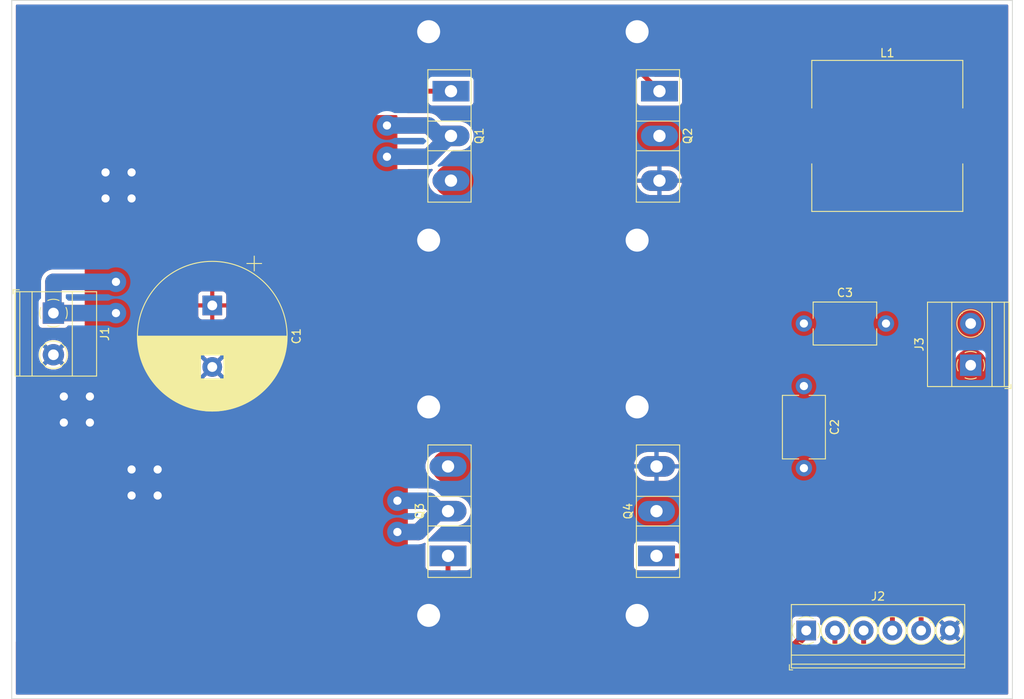
<source format=kicad_pcb>
(kicad_pcb (version 20211014) (generator pcbnew)
  (layers (0 "F.Cu" signal) (31 "B.Cu" signal) (34 "B.Paste" user) (35 "F.Paste" user) (36 "B.SilkS" user "B.Silkscreen") (37 "F.SilkS" user "F.Silkscreen") (38 "B.Mask" user) (39 "F.Mask" user) (44 "Edge.Cuts" user))
  (net 0 "")
  (net 1 "VDD")
  (net 2 "GND")
  (net 3 "Net-(C2-Pad1)")
  (net 4 "Net-(C2-Pad2)")
  (net 5 "Net-(C3-Pad2)")
  (net 6 "/IN1")
  (net 7 "/IN2")
  (net 8 "/IN3")
  (net 9 "/IN4")
  (net 10 "Net-(L1-Pad1)")
  (footprint "TerminalBlock_Phoenix:TerminalBlock_Phoenix_MKDS-1,5-2-5.08_1x02_P5.08mm_Horizontal" (layer "F.Cu") (at 91.44 74.925 -90)
    (fp_text reference "J1" (at 2.54 -6.26 90) (layer "F.SilkS"))
    (fp_text value "Screw_Terminal_01x02")
    (fp_line (start -2.6 -2.301) (end 7.68 -2.301) (layer "F.SilkS") (width 0.12))
    (fp_line (start 3.853 1.023) (end 3.806 1.069) (layer "F.SilkS") (width 0.12))
    (fp_line (start 6.15 -1.275) (end 6.115 -1.239) (layer "F.SilkS") (width 0.12))
    (fp_line (start -2.6 4.1) (end 7.68 4.1) (layer "F.SilkS") (width 0.12))
    (fp_line (start 7.68 -5.261) (end 7.68 4.66) (layer "F.SilkS") (width 0.12))
    (fp_line (start -2.84 4.16) (end -2.84 4.9) (layer "F.SilkS") (width 0.12))
    (fp_line (start 4.046 1.239) (end 4.011 1.274) (layer "F.SilkS") (width 0.12))
    (fp_line (start -2.84 4.9) (end -2.34 4.9) (layer "F.SilkS") (width 0.12))
    (fp_line (start -2.6 -5.261) (end -2.6 4.66) (layer "F.SilkS") (width 0.12))
    (fp_line (start -2.6 -5.261) (end 7.68 -5.261) (layer "F.SilkS") (width 0.12))
    (fp_line (start -2.6 4.66) (end 7.68 4.66) (layer "F.SilkS") (width 0.12))
    (fp_line (start -2.6 2.6) (end 7.68 2.6) (layer "F.SilkS") (width 0.12))
    (fp_line (start 6.355 -1.069) (end 6.308 -1.023) (layer "F.SilkS") (width 0.12))
    (fp_arc (start -1.535427 0.683042) (mid -1.680501 -0.000524) (end -1.535 -0.684) (layer "F.SilkS") (width 0.12))
    (fp_arc (start -0.683042 -1.535427) (mid 0.000524 -1.680501) (end 0.684 -1.535) (layer "F.SilkS") (width 0.12))
    (fp_arc (start 1.535427 -0.683042) (mid 1.680501 0.000524) (end 1.535 0.684) (layer "F.SilkS") (width 0.12))
    (fp_arc (start 0.683318 1.534756) (mid 0.349292 1.643288) (end 0 1.68) (layer "F.SilkS") (width 0.12))
    (fp_arc (start 0.028805 1.680253) (mid -0.335551 1.646659) (end -0.684 1.535) (layer "F.SilkS") (width 0.12))
    (fp_circle (center 5.08 0) (end 6.76 0) (layer "F.SilkS") (width 0.12) (fill none))
    (pad "1" thru_hole rect (at 0 0 270) (size 2.6 2.6) (drill 1.3) (layers *.Cu *.Mask) (net 1 "VDD"))
    (pad "2" thru_hole circle (at 5.08 0 270) (size 2.6 2.6) (drill 1.3) (layers *.Cu *.Mask) (net 2 "GND"))
  )
  (footprint "Package_TO_SOT_THT:TO-247-3_Vertical" (layer "F.Cu") (at 139.88 47.89 -90)
    (fp_text reference "Q1" (at 5.45 -3.45 90) (layer "F.SilkS"))
    (fp_text value "Q_NMOS_DGS")
    (fp_line (start 3.646 -2.451) (end 3.646 2.82) (layer "F.SilkS") (width 0.12))
    (fp_line (start -2.62 -2.451) (end -2.62 2.82) (layer "F.SilkS") (width 0.12))
    (fp_line (start -2.62 -2.451) (end 13.52 -2.451) (layer "F.SilkS") (width 0.12))
    (fp_line (start 13.52 -2.451) (end 13.52 2.82) (layer "F.SilkS") (width 0.12))
    (fp_line (start 7.255 -2.451) (end 7.255 2.82) (layer "F.SilkS") (width 0.12))
    (fp_line (start -2.62 2.82) (end 13.52 2.82) (layer "F.SilkS") (width 0.12))
    (pad "1" thru_hole rect (at 0 0 270) (size 2.5 4.5) (drill 1.5) (layers *.Cu *.Mask) (net 6 "/IN1"))
    (pad "2" thru_hole oval (at 5.45 0 270) (size 2.5 4.5) (drill 1.5) (layers *.Cu *.Mask) (net 1 "VDD"))
    (pad "3" thru_hole oval (at 10.9 0 270) (size 2.5 4.5) (drill 1.5) (layers *.Cu *.Mask) (net 10 "Net-(L1-Pad1)"))
  )
  (footprint "TerminalBlock_Phoenix:TerminalBlock_Phoenix_MKDS-1,5-2-5.08_1x02_P5.08mm_Horizontal" (layer "F.Cu") (at 203.2 81.28 90)
    (fp_text reference "J3" (at 2.54 -6.26 90) (layer "F.SilkS"))
    (fp_text value "Screw_Terminal_01x02")
    (fp_line (start 3.853 1.023) (end 3.806 1.069) (layer "F.SilkS") (width 0.12))
    (fp_line (start -2.84 4.16) (end -2.84 4.9) (layer "F.SilkS") (width 0.12))
    (fp_line (start -2.6 -5.261) (end -2.6 4.66) (layer "F.SilkS") (width 0.12))
    (fp_line (start 4.046 1.239) (end 4.011 1.274) (layer "F.SilkS") (width 0.12))
    (fp_line (start -2.6 -5.261) (end 7.68 -5.261) (layer "F.SilkS") (width 0.12))
    (fp_line (start 6.15 -1.275) (end 6.115 -1.239) (layer "F.SilkS") (width 0.12))
    (fp_line (start 7.68 -5.261) (end 7.68 4.66) (layer "F.SilkS") (width 0.12))
    (fp_line (start -2.6 2.6) (end 7.68 2.6) (layer "F.SilkS") (width 0.12))
    (fp_line (start -2.84 4.9) (end -2.34 4.9) (layer "F.SilkS") (width 0.12))
    (fp_line (start -2.6 -2.301) (end 7.68 -2.301) (layer "F.SilkS") (width 0.12))
    (fp_line (start -2.6 4.1) (end 7.68 4.1) (layer "F.SilkS") (width 0.12))
    (fp_line (start 6.355 -1.069) (end 6.308 -1.023) (layer "F.SilkS") (width 0.12))
    (fp_line (start -2.6 4.66) (end 7.68 4.66) (layer "F.SilkS") (width 0.12))
    (fp_arc (start 1.535427 -0.683042) (mid 1.680501 0.000524) (end 1.535 0.684) (layer "F.SilkS") (width 0.12))
    (fp_arc (start 0.683318 1.534756) (mid 0.349292 1.643288) (end 0 1.68) (layer "F.SilkS") (width 0.12))
    (fp_arc (start -0.683042 -1.535427) (mid 0.000524 -1.680501) (end 0.684 -1.535) (layer "F.SilkS") (width 0.12))
    (fp_arc (start 0.028805 1.680253) (mid -0.335551 1.646659) (end -0.684 1.535) (layer "F.SilkS") (width 0.12))
    (fp_arc (start -1.535427 0.683042) (mid -1.680501 -0.000524) (end -1.535 -0.684) (layer "F.SilkS") (width 0.12))
    (fp_circle (center 5.08 0) (end 6.76 0) (layer "F.SilkS") (width 0.12) (fill none))
    (pad "1" thru_hole rect (at 0 0 90) (size 2.6 2.6) (drill 1.3) (layers *.Cu *.Mask) (net 4 "Net-(C2-Pad2)"))
    (pad "2" thru_hole circle (at 5.08 0 90) (size 2.6 2.6) (drill 1.3) (layers *.Cu *.Mask) (net 5 "Net-(C3-Pad2)"))
  )
  (footprint "Package_TO_SOT_THT:TO-247-3_Vertical" (layer "F.Cu") (at 165.28 47.89 -90)
    (fp_text reference "Q2" (at 5.45 -3.45 90) (layer "F.SilkS"))
    (fp_text value "Q_NMOS_DGS")
    (fp_line (start 7.255 -2.451) (end 7.255 2.82) (layer "F.SilkS") (width 0.12))
    (fp_line (start 13.52 -2.451) (end 13.52 2.82) (layer "F.SilkS") (width 0.12))
    (fp_line (start 3.646 -2.451) (end 3.646 2.82) (layer "F.SilkS") (width 0.12))
    (fp_line (start -2.62 2.82) (end 13.52 2.82) (layer "F.SilkS") (width 0.12))
    (fp_line (start -2.62 -2.451) (end -2.62 2.82) (layer "F.SilkS") (width 0.12))
    (fp_line (start -2.62 -2.451) (end 13.52 -2.451) (layer "F.SilkS") (width 0.12))
    (pad "1" thru_hole rect (at 0 0 270) (size 2.5 4.5) (drill 1.5) (layers *.Cu *.Mask) (net 7 "/IN2"))
    (pad "2" thru_hole oval (at 5.45 0 270) (size 2.5 4.5) (drill 1.5) (layers *.Cu *.Mask) (net 10 "Net-(L1-Pad1)"))
    (pad "3" thru_hole oval (at 10.9 0 270) (size 2.5 4.5) (drill 1.5) (layers *.Cu *.Mask) (net 2 "GND"))
  )
  (footprint "Package_TO_SOT_THT:TO-247-3_Vertical" (layer "F.Cu") (at 139.52 104.51 90)
    (fp_text reference "Q3" (at 5.45 -3.45 90) (layer "F.SilkS"))
    (fp_text value "Q_NMOS_DGS")
    (fp_line (start -2.62 -2.451) (end 13.52 -2.451) (layer "F.SilkS") (width 0.12))
    (fp_line (start -2.62 -2.451) (end -2.62 2.82) (layer "F.SilkS") (width 0.12))
    (fp_line (start 13.52 -2.451) (end 13.52 2.82) (layer "F.SilkS") (width 0.12))
    (fp_line (start 3.646 -2.451) (end 3.646 2.82) (layer "F.SilkS") (width 0.12))
    (fp_line (start -2.62 2.82) (end 13.52 2.82) (layer "F.SilkS") (width 0.12))
    (fp_line (start 7.255 -2.451) (end 7.255 2.82) (layer "F.SilkS") (width 0.12))
    (pad "1" thru_hole rect (at 0 0 90) (size 2.5 4.5) (drill 1.5) (layers *.Cu *.Mask) (net 8 "/IN3"))
    (pad "2" thru_hole oval (at 5.45 0 90) (size 2.5 4.5) (drill 1.5) (layers *.Cu *.Mask) (net 1 "VDD"))
    (pad "3" thru_hole oval (at 10.9 0 90) (size 2.5 4.5) (drill 1.5) (layers *.Cu *.Mask) (net 4 "Net-(C2-Pad2)"))
  )
  (footprint "Capacitor_THT:C_Disc_D7.5mm_W5.0mm_P10.00mm" (layer "F.Cu") (at 182.88 76.2)
    (fp_text reference "C3" (at 5 -3.75) (layer "F.SilkS"))
    (fp_text value "270pF")
    (fp_line (start 1.13 2.62) (end 8.87 2.62) (layer "F.SilkS") (width 0.12))
    (fp_line (start 8.87 -2.62) (end 8.87 -0.636) (layer "F.SilkS") (width 0.12))
    (fp_line (start 1.13 -2.62) (end 1.13 -0.636) (layer "F.SilkS") (width 0.12))
    (fp_line (start 1.13 0.636) (end 1.13 2.62) (layer "F.SilkS") (width 0.12))
    (fp_line (start 8.87 0.636) (end 8.87 2.62) (layer "F.SilkS") (width 0.12))
    (fp_line (start 1.13 -2.62) (end 8.87 -2.62) (layer "F.SilkS") (width 0.12))
    (pad "1" thru_hole circle (at 0 0) (size 2 2) (drill 1) (layers *.Cu *.Mask) (net 3 "Net-(C2-Pad1)"))
    (pad "2" thru_hole circle (at 10 0) (size 2 2) (drill 1) (layers *.Cu *.Mask) (net 5 "Net-(C3-Pad2)"))
  )
  (footprint "Capacitor_THT:C_Disc_D7.5mm_W5.0mm_P10.00mm" (layer "F.Cu") (at 182.88 83.82 -90)
    (fp_text reference "C2" (at 5 -3.75 -90) (layer "F.SilkS"))
    (fp_text value "330pF")
    (fp_line (start 1.13 2.62) (end 8.87 2.62) (layer "F.SilkS") (width 0.12))
    (fp_line (start 8.87 0.636) (end 8.87 2.62) (layer "F.SilkS") (width 0.12))
    (fp_line (start 1.13 -2.62) (end 8.87 -2.62) (layer "F.SilkS") (width 0.12))
    (fp_line (start 1.13 -2.62) (end 1.13 -0.636) (layer "F.SilkS") (width 0.12))
    (fp_line (start 1.13 0.636) (end 1.13 2.62) (layer "F.SilkS") (width 0.12))
    (fp_line (start 8.87 -2.62) (end 8.87 -0.636) (layer "F.SilkS") (width 0.12))
    (pad "1" thru_hole circle (at 0 0 270) (size 2 2) (drill 1) (layers *.Cu *.Mask) (net 3 "Net-(C2-Pad1)"))
    (pad "2" thru_hole circle (at 10 0 270) (size 2 2) (drill 1) (layers *.Cu *.Mask) (net 4 "Net-(C2-Pad2)"))
  )
  (footprint "Inductor_SMD:L_Wuerth_HCI-1890" (layer "F.Cu") (at 193.04 53.34)
    (fp_text reference "L1" (at 0 -10.1) (layer "F.SilkS"))
    (fp_text value "INDUCTOR")
    (fp_line (start 9.2 -9.2) (end 9.2 -3.4) (layer "F.SilkS") (width 0.12))
    (fp_line (start 9.2 9.2) (end 9.2 3.4) (layer "F.SilkS") (width 0.12))
    (fp_line (start -9.2 -9.2) (end 9.2 -9.2) (layer "F.SilkS") (width 0.12))
    (fp_line (start -9.2 -3.4) (end -9.2 -9.2) (layer "F.SilkS") (width 0.12))
    (fp_line (start -9.2 3.4) (end -9.2 9.2) (layer "F.SilkS") (width 0.12))
    (fp_line (start -9.2 9.2) (end 9.2 9.2) (layer "F.SilkS") (width 0.12))
    (pad "1" smd rect (at -6.65 0) (size 6 6) (layers "F.Cu" "F.Paste" "F.Mask") (net 10 "Net-(L1-Pad1)"))
    (pad "2" smd rect (at 6.65 0) (size 6 6) (layers "F.Cu" "F.Paste" "F.Mask") (net 3 "Net-(C2-Pad1)"))
  )
  (footprint "Package_TO_SOT_THT:TO-247-3_Vertical" (layer "F.Cu") (at 164.92 104.51 90)
    (fp_text reference "Q4" (at 5.45 -3.45 90) (layer "F.SilkS"))
    (fp_text value "Q_NMOS_DGS")
    (fp_line (start 3.646 -2.451) (end 3.646 2.82) (layer "F.SilkS") (width 0.12))
    (fp_line (start 7.255 -2.451) (end 7.255 2.82) (layer "F.SilkS") (width 0.12))
    (fp_line (start 13.52 -2.451) (end 13.52 2.82) (layer "F.SilkS") (width 0.12))
    (fp_line (start -2.62 2.82) (end 13.52 2.82) (layer "F.SilkS") (width 0.12))
    (fp_line (start -2.62 -2.451) (end -2.62 2.82) (layer "F.SilkS") (width 0.12))
    (fp_line (start -2.62 -2.451) (end 13.52 -2.451) (layer "F.SilkS") (width 0.12))
    (pad "1" thru_hole rect (at 0 0 90) (size 2.5 4.5) (drill 1.5) (layers *.Cu *.Mask) (net 9 "/IN4"))
    (pad "2" thru_hole oval (at 5.45 0 90) (size 2.5 4.5) (drill 1.5) (layers *.Cu *.Mask) (net 4 "Net-(C2-Pad2)"))
    (pad "3" thru_hole oval (at 10.9 0 90) (size 2.5 4.5) (drill 1.5) (layers *.Cu *.Mask) (net 2 "GND"))
  )
  (footprint "Capacitor_THT:CP_Radial_D18.0mm_P7.50mm" (layer "F.Cu") (at 110.795 73.99222 -90)
    (fp_text reference "C1" (at 3.75 -10.25 -90) (layer "F.SilkS"))
    (fp_text value "C")
    (fp_line (start 10.471 -6.126) (end 10.471 6.126) (layer "F.SilkS") (width 0.12))
    (fp_line (start 6.071 -8.78) (end 6.071 -1.44) (layer "F.SilkS") (width 0.12))
    (fp_line (start 12.55 -2.355) (end 12.55 2.355) (layer "F.SilkS") (width 0.12))
    (fp_line (start 11.351 -5.002) (end 11.351 5.002) (layer "F.SilkS") (width 0.12))
    (fp_line (start 5.551 -8.901) (end 5.551 8.901) (layer "F.SilkS") (width 0.12))
    (fp_line (start 12.11 -3.605) (end 12.11 3.605) (layer "F.SilkS") (width 0.12))
    (fp_line (start 9.591 -6.965) (end 9.591 6.965) (layer "F.SilkS") (width 0.12))
    (fp_line (start 6.031 -8.791) (end 6.031 8.791) (layer "F.SilkS") (width 0.12))
    (fp_line (start 7.631 -8.214) (end 7.631 -1.44) (layer "F.SilkS") (width 0.12))
    (fp_line (start 8.271 1.44) (end 8.271 7.882) (layer "F.SilkS") (width 0.12))
    (fp_line (start 12.27 -3.214) (end 12.27 3.214) (layer "F.SilkS") (width 0.12))
    (fp_line (start 8.351 1.44) (end 8.351 7.835) (layer "F.SilkS") (width 0.12))
    (fp_line (start 4.951 -9.001) (end 4.951 9.001) (layer "F.SilkS") (width 0.12))
    (fp_line (start 11.391 -4.941) (end 11.391 4.941) (layer "F.SilkS") (width 0.12))
    (fp_line (start 6.631 1.44) (end 6.631 8.614) (layer "F.SilkS") (width 0.12))
    (fp_line (start 10.111 -6.497) (end 10.111 6.497) (layer "F.SilkS") (width 0.12))
    (fp_line (start 7.151 -8.423) (end 7.151 -1.44) (layer "F.SilkS") (width 0.12))
    (fp_line (start 7.351 -8.34) (end 7.351 -1.44) (layer "F.SilkS") (width 0.12))
    (fp_line (start 5.351 -8.939) (end 5.351 8.939) (layer "F.SilkS") (width 0.12))
    (fp_line (start 6.311 1.44) (end 6.311 8.714) (layer "F.SilkS") (width 0.12))
    (fp_line (start 4.911 -9.006) (end 4.911 9.006) (layer "F.SilkS") (width 0.12))
    (fp_line (start 7.431 1.44) (end 7.431 8.305) (layer "F.SilkS") (width 0.12))
    (fp_line (start 7.111 1.44) (end 7.111 8.439) (layer "F.SilkS") (width 0.12))
    (fp_line (start 5.311 -8.946) (end 5.311 8.946) (layer "F.SilkS") (width 0.12))
    (fp_line (start 6.911 -8.516) (end 6.911 -1.44) (layer "F.SilkS") (width 0.12))
    (fp_line (start 12.15 -3.512) (end 12.15 3.512) (layer "F.SilkS") (width 0.12))
    (fp_line (start 7.671 1.44) (end 7.671 8.195) (layer "F.SilkS") (width 0.12))
    (fp_line (start -5.10944 -6.015) (end -5.10944 -4.215) (layer "F.SilkS") (width 0.12))
    (fp_line (start 6.111 -8.77) (end 6.111 -1.44) (layer "F.SilkS") (width 0.12))
    (fp_line (start 3.99 -9.077) (end 3.99 9.077) (layer "F.SilkS") (width 0.12))
    (fp_line (start 7.471 -8.287) (end 7.471 -1.44) (layer "F.SilkS") (width 0.12))
    (fp_line (start 11.071 -5.4) (end 11.071 5.4) (layer "F.SilkS") (width 0.12))
    (fp_line (start 9.551 -6.999) (end 9.551 6.999) (layer "F.SilkS") (width 0.12))
    (fp_line (start 6.551 -8.64) (end 6.551 -1.44) (layer "F.SilkS") (width 0.12))
    (fp_line (start 10.911 -5.609) (end 10.911 5.609) (layer "F.SilkS") (width 0.12))
    (fp_line (start 8.111 1.44) (end 8.111 7.971) (layer "F.SilkS") (width 0.12))
    (fp_line (start 9.151 -7.31) (end 9.151 7.31) (layer "F.SilkS") (width 0.12))
    (fp_line (start 10.231 -6.378) (end 10.231 6.378) (layer "F.SilkS") (width 0.12))
    (fp_line (start 9.911 -6.686) (end 9.911 6.686) (layer "F.SilkS") (width 0.12))
    (fp_line (start 12.47 -2.632) (end 12.47 2.632) (layer "F.SilkS") (width 0.12))
    (fp_line (start 10.031 -6.574) (end 10.031 6.574) (layer "F.SilkS") (width 0.12))
    (fp_line (start 8.031 1.44) (end 8.031 8.014) (layer "F.SilkS") (width 0.12))
    (fp_line (start 7.751 1.44) (end 7.751 8.156) (layer "F.SilkS") (width 0.12))
    (fp_line (start 6.351 1.44) (end 6.351 8.702) (layer "F.SilkS") (width 0.12))
    (fp_line (start 10.991 -5.506) (end 10.991 5.506) (layer "F.SilkS") (width 0.12))
    (fp_line (start 6.271 -8.725) (end 6.271 -1.44) (layer "F.SilkS") (width 0.12))
    (fp_line (start 8.391 -7.812) (end 8.391 -1.44) (layer "F.SilkS") (width 0.12))
    (fp_line (start 4.43 -9.055) (end 4.43 9.055) (layer "F.SilkS") (width 0.12))
    (fp_line (start 7.831 -8.117) (end 7.831 -1.44) (layer "F.SilkS") (width 0.12))
    (fp_line (start 6.151 1.44) (end 6.151 8.759) (layer "F.SilkS") (width 0.12))
    (fp_line (start 4.39 -9.058) (end 4.39 9.058) (layer "F.SilkS") (width 0.12))
    (fp_line (start 7.151 1.44) (end 7.151 8.423) (layer "F.SilkS") (width 0.12))
    (fp_line (start 8.791 -7.561) (end 8.791 -1.44) (layer "F.SilkS") (width 0.12))
    (fp_line (start 8.911 -7.48) (end 8.911 -1.44) (layer "F.SilkS") (width 0.12))
    (fp_line (start 7.831 1.44) (end 7.831 8.117) (layer "F.SilkS") (width 0.12))
    (fp_line (start 3.79 -9.08) (end 3.79 9.08) (layer "F.SilkS") (width 0.12))
    (fp_line (start 9.031 -7.397) (end 9.031 7.397) (layer "F.SilkS") (width 0.12))
    (fp_line (start 9.431 -7.096) (end 9.431 7.096) (layer "F.SilkS") (width 0.12))
    (fp_line (start 10.591 -5.993) (end 10.591 5.993) (layer "F.SilkS") (width 0.12))
    (fp_line (start 4.19 -9.07) (end 4.19 9.07) (layer "F.SilkS") (width 0.12))
    (fp_line (start 12.75 -1.435) (end 12.75 1.435) (layer "F.SilkS") (width 0.12))
    (fp_line (start 5.591 -8.893) (end 5.591 8.893) (layer "F.SilkS") (width 0.12))
    (fp_line (start 7.311 1.44) (end 7.311 8.357) (layer "F.SilkS") (width 0.12))
    (fp_line (start 10.351 -6.254) (end 10.351 6.254) (layer "F.SilkS") (width 0.12))
    (fp_line (start 5.071 -8.984) (end 5.071 8.984) (layer "F.SilkS") (width 0.12))
    (fp_line (start 8.471 1.44) (end 8.471 7.764) (layer "F.SilkS") (width 0.12))
    (fp_line (start 4.631 -9.038) (end 4.631 9.038) (layer "F.SilkS") (width 0.12))
    (fp_line (start 8.231 1.44) (end 8.231 7.904) (layer "F.SilkS") (width 0.12))
    (fp_line (start 7.791 -8.137) (end 7.791 -1.44) (layer "F.SilkS") (width 0.12))
    (fp_line (start 5.671 -8.876) (end 5.671 8.876) (layer "F.SilkS") (width 0.12))
    (fp_line (start 8.871 1.44) (end 8.871 7.508) (layer "F.SilkS") (width 0.12))
    (fp_line (start 5.151 -8.972) (end 5.151 8.972) (layer "F.SilkS") (width 0.12))
    (fp_line (start 3.87 -9.08) (end 3.87 9.08) (layer "F.SilkS") (width 0.12))
    (fp_line (start 9.231 -7.25) (end 9.231 7.25) (layer "F.SilkS") (width 0.12))
    (fp_line (start 7.671 -8.195) (end 7.671 -1.44) (layer "F.SilkS") (width 0.12))
    (fp_line (start 5.471 -8.917) (end 5.471 8.917) (layer "F.SilkS") (width 0.12))
    (fp_line (start 9.631 -6.932) (end 9.631 6.932) (layer "F.SilkS") (width 0.12))
    (fp_line (start 7.351 1.44) (end 7.351 8.34) (layer "F.SilkS") (width 0.12))
    (fp_line (start 8.191 1.44) (end 8.191 7.927) (layer "F.SilkS") (width 0.12))
    (fp_line (start 6.951 1.44) (end 6.951 8.501) (layer "F.SilkS") (width 0.12))
    (fp_line (start 8.631 1.44) (end 8.631 7.665) (layer "F.SilkS") (width 0.12))
    (fp_line (start 3.75 -9.081) (end 3.75 9.081) (layer "F.SilkS") (width 0.12))
    (fp_line (start 4.551 -9.045) (end 4.551 9.045) (layer "F.SilkS") (width 0.12))
    (fp_line (start 8.151 -7.949) (end 8.151 -1.44) (layer "F.SilkS") (width 0.12))
    (fp_line (start 11.431 -4.879) (end 11.431 4.879) (layer "F.SilkS") (width 0.12))
    (fp_line (start 8.391 1.44) (end 8.391 7.812) (layer "F.SilkS") (width 0.12))
    (fp_line (start 4.831 -9.016) (end 4.831 9.016) (layer "F.SilkS") (width 0.12))
    (fp_line (start 9.271 -7.22) (end 9.271 7.22) (layer "F.SilkS") (width 0.12))
    (fp_line (start 4.711 -9.03) (end 4.711 9.03) (layer "F.SilkS") (width 0.12))
    (fp_line (start 5.911 -8.821) (end 5.911 8.821) (layer "F.SilkS") (width 0.12))
    (fp_line (start 6.231 1.44) (end 6.231 8.737) (layer "F.SilkS") (width 0.12))
    (fp_line (start 10.831 -5.709) (end 10.831 5.709) (layer "F.SilkS") (width 0.12))
    (fp_line (start 5.871 -8.831) (end 5.871 8.831) (layer "F.SilkS") (width 0.12))
    (fp_line (start 8.031 -8.014) (end 8.031 -1.44) (layer "F.SilkS") (width 0.12))
    (fp_line (start 7.991 -8.035) (end 7.991 -1.44) (layer "F.SilkS") (width 0.12))
    (fp_line (start 11.95 -3.952) (end 11.95 3.952) (layer "F.SilkS") (width 0.12))
    (fp_line (start 5.111 -8.979) (end 5.111 8.979) (layer "F.SilkS") (width 0.12))
    (fp_line (start 6.871 -8.53) (end 6.871 -1.44) (layer "F.SilkS") (width 0.12))
    (fp_line (start 8.671 -7.64) (end 8.671 -1.44) (layer "F.SilkS") (width 0.12))
    (fp_line (start 5.711 -8.867) (end 5.711 8.867) (layer "F.SilkS") (width 0.12))
    (fp_line (start 8.071 1.44) (end 8.071 7.992) (layer "F.SilkS") (width 0.12))
    (fp_line (start 7.031 -8.47) (end 7.031 -1.44) (layer "F.SilkS") (width 0.12))
    (fp_line (start 5.231 -8.96) (end 5.231 8.96) (layer "F.SilkS") (width 0.12))
    (fp_line (start 6.631 -8.614) (end 6.631 -1.44) (layer "F.SilkS") (width 0.12))
    (fp_line (start 6.791 -8.559) (end 6.791 -1.44) (layer "F.SilkS") (width 0.12))
    (fp_line (start 8.591 1.44) (end 8.591 7.69) (layer "F.SilkS") (width 0.12))
    (fp_line (start 6.831 -8.545) (end 6.831 -1.44) (layer "F.SilkS") (width 0.12))
    (fp_line (start 5.791 -8.849) (end 5.791 8.849) (layer "F.SilkS") (width 0.12))
    (fp_line (start 7.871 1.44) (end 7.871 8.097) (layer "F.SilkS") (width 0.12))
    (fp_line (start 9.871 -6.722) (end 9.871 6.722) (layer "F.SilkS") (width 0.12))
    (fp_line (start 3.91 -9.079) (end 3.91 9.079) (layer "F.SilkS") (width 0.12))
    (fp_line (start 10.711 -5.854) (end 10.711 5.854) (layer "F.SilkS") (width 0.12))
    (fp_line (start 5.431 -8.924) (end 5.431 8.924) (layer "F.SilkS") (width 0.12))
    (fp_line (start 4.27 -9.066) (end 4.27 9.066) (layer "F.SilkS") (width 0.12))
    (fp_line (start 10.191 -6.418) (end 10.191 6.418) (layer "F.SilkS") (width 0.12))
    (fp_line (start 6.751 1.44) (end 6.751 8.573) (layer "F.SilkS") (width 0.12))
    (fp_line (start 7.191 -8.407) (end 7.191 -1.44) (layer "F.SilkS") (width 0.12))
    (fp_line (start 6.111 1.44) (end 6.111 8.77) (layer "F.SilkS") (width 0.12))
    (fp_line (start 6.351 -8.702) (end 6.351 -1.44) (layer "F.SilkS") (width 0.12))
    (fp_line (start 9.511 -7.031) (end 9.511 7.031) (layer "F.SilkS") (width 0.12))
    (fp_line (start 4.871 -9.011) (end 4.871 9.011) (layer "F.SilkS") (width 0.12))
    (fp_line (start 10.791 -5.758) (end 10.791 5.758) (layer "F.SilkS") (width 0.12))
    (fp_line (start 7.551 1.44) (end 7.551 8.251) (layer "F.SilkS") (width 0.12))
    (fp_line (start 9.991 -6.612) (end 9.991 6.612) (layer "F.SilkS") (width 0.12))
    (fp_line (start 8.351 -7.835) (end 8.351 -1.44) (layer "F.SilkS") (width 0.12))
    (fp_line (start 11.711 -4.412) (end 11.711 4.412) (layer "F.SilkS") (width 0.12))
    (fp_line (start 12.19 -3.416) (end 12.19 3.416) (layer "F.SilkS") (width 0.12))
    (fp_line (start 6.791 1.44) (end 6.791 8.559) (layer "F.SilkS") (width 0.12))
    (fp_line (start 6.431 -8.678) (end 6.431 -1.44) (layer "F.SilkS") (width 0.12))
    (fp_line (start 6.231 -8.737) (end 6.231 -1.44) (layer "F.SilkS") (width 0.12))
    (fp_line (start 8.791 1.44) (end 8.791 7.561) (layer "F.SilkS") (width 0.12))
    (fp_line (start 8.991 -7.425) (end 8.991 7.425) (layer "F.SilkS") (width 0.12))
    (fp_line (start 8.311 1.44) (end 8.311 7.859) (layer "F.SilkS") (width 0.12))
    (fp_line (start 12.03 -3.784) (end 12.03 3.784) (layer "F.SilkS") (width 0.12))
    (fp_line (start 8.671 1.44) (end 8.671 7.64) (layer "F.SilkS") (width 0.12))
    (fp_line (start 10.391 -6.212) (end 10.391 6.212) (layer "F.SilkS") (width 0.12))
    (fp_line (start 7.391 -8.323) (end 7.391 -1.44) (layer "F.SilkS") (width 0.12))
    (fp_line (start 6.951 -8.501) (end 6.951 -1.44) (layer "F.SilkS") (width 0.12))
    (fp_line (start 7.631 1.44) (end 7.631 8.214) (layer "F.SilkS") (width 0.12))
    (fp_line (start 6.271 1.44) (end 6.271 8.725) (layer "F.SilkS") (width 0.12))
    (fp_line (start 12.83 -0.814) (end 12.83 0.814) (layer "F.SilkS") (width 0.12))
    (fp_line (start 10.951 -5.558) (end 10.951 5.558) (layer "F.SilkS") (width 0.12))
    (fp_line (start 4.31 -9.063) (end 4.31 9.063) (layer "F.SilkS") (width 0.12))
    (fp_line (start 10.071 -6.536) (end 10.071 6.536) (layer "F.SilkS") (width 0.12))
    (fp_line (start 8.431 1.44) (end 8.431 7.788) (layer "F.SilkS") (width 0.12))
    (fp_line (start 9.111 -7.339) (end 9.111 7.339) (layer "F.SilkS") (width 0.12))
    (fp_line (start 10.551 -6.038) (end 10.551 6.038) (layer "F.SilkS") (width 0.12))
    (fp_line (start 7.431 -8.305) (end 7.431 -1.44) (layer "F.SilkS") (width 0.12))
    (fp_line (start 5.751 -8.858) (end 5.751 8.858) (layer "F.SilkS") (width 0.12))
    (fp_line (start 8.551 1.44) (end 8.551 7.715) (layer "F.SilkS") (width 0.12))
    (fp_line (start 5.991 -8.801) (end 5.991 8.801) (layer "F.SilkS") (width 0.12))
    (fp_line (start 10.751 -5.806) (end 10.751 5.806) (layer "F.SilkS") (width 0.12))
    (fp_line (start 7.591 -8.233) (end 7.591 -1.44) (layer "F.SilkS") (width 0.12))
    (fp_line (start 4.591 -9.042) (end 4.591 9.042) (layer "F.SilkS") (width 0.12))
    (fp_line (start 8.711 -7.614) (end 8.711 -1.44) (layer "F.SilkS") (width 0.12))
    (fp_line (start 11.751 -4.339) (end 11.751 4.339) (layer "F.SilkS") (width 0.12))
    (fp_line (start 12.43 -2.759) (end 12.43 2.759) (layer "F.SilkS") (width 0.12))
    (fp_line (start 6.671 -8.6) (end 6.671 -1.44) (layer "F.SilkS") (width 0.12))
    (fp_line (start 11.111 -5.346) (end 11.111 5.346) (layer "F.SilkS") (width 0.12))
    (fp_line (start 5.631 -8.885) (end 5.631 8.885) (layer "F.SilkS") (width 0.12))
    (fp_line (start 12.67 -1.86) (end 12.67 1.86) (layer "F.SilkS") (width 0.12))
    (fp_line (start 6.431 1.44) (end 6.431 8.678) (layer "F.SilkS") (width 0.12))
    (fp_line (start 5.191 -8.966) (end 5.191 8.966) (layer "F.SilkS") (width 0.12))
    (fp_line (start 9.711 -6.864) (end 9.711 6.864) (layer "F.SilkS") (width 0.12))
    (fp_line (start 10.671 -5.901) (end 10.671 5.901) (layer "F.SilkS") (width 0.12))
    (fp_line (start 7.871 -8.097) (end 7.871 -1.44) (layer "F.SilkS") (width 0.12))
    (fp_line (start 9.351 -7.159) (end 9.351 7.159) (layer "F.SilkS") (width 0.12))
    (fp_line (start 10.871 -5.66) (end 10.871 5.66) (layer "F.SilkS") (width 0.12))
    (fp_line (start 8.831 1.44) (end 8.831 7.535) (layer "F.SilkS") (width 0.12))
    (fp_line (start 4.35 -9.061) (end 4.35 9.061) (layer "F.SilkS") (width 0.12))
    (fp_line (start 7.551 -8.251) (end 7.551 -1.44) (layer "F.SilkS") (width 0.12))
    (fp_line (start 6.991 1.44) (end 6.991 8.486) (layer "F.SilkS") (width 0.12))
    (fp_line (start 7.071 1.44) (end 7.071 8.455) (layer "F.SilkS") (width 0.12))
    (fp_line (start 6.991 -8.486) (end 6.991 -1.44) (layer "F.SilkS") (width 0.12))
    (fp_line (start 6.191 -8.748) (end 6.191 -1.44) (layer "F.SilkS") (width 0.12))
    (fp_line (start 6.711 -8.587) (end 6.711 -1.44) (layer "F.SilkS") (width 0.12))
    (fp_line (start 6.831 1.44) (end 6.831 8.545) (layer "F.SilkS") (width 0.12))
    (fp_line (start 11.031 -5.454) (end 11.031 5.454) (layer "F.SilkS") (width 0.12))
    (fp_line (start 6.471 1.44) (end 6.471 8.665) (layer "F.SilkS") (width 0.12))
    (fp_line (start 9.951 -6.649) (end 9.951 6.649) (layer "F.SilkS") (width 0.12))
    (fp_line (start 12.23 -3.317) (end 12.23 3.317) (layer "F.SilkS") (width 0.12))
    (fp_line (start 4.751 -9.026) (end 4.751 9.026) (layer "F.SilkS") (width 0.12))
    (fp_line (start 6.591 1.44) (end 6.591 8.627) (layer "F.SilkS") (width 0.12))
    (fp_line (start 8.871 -7.508) (end 8.871 -1.44) (layer "F.SilkS") (width 0.12))
    (fp_line (start 8.591 -7.69) (end 8.591 -1.44) (layer "F.SilkS") (width 0.12))
    (fp_line (start 4.07 -9.075) (end 4.07 9.075) (layer "F.SilkS") (width 0.12))
    (fp_line (start 6.391 -8.69) (end 6.391 -1.44) (layer "F.SilkS") (width 0.12))
    (fp_line (start 7.471 1.44) (end 7.471 8.287) (layer "F.SilkS") (width 0.12))
    (fp_line (start 8.631 -7.665) (end 8.631 -1.44) (layer "F.SilkS") (width 0.12))
    (fp_line (start 6.391 1.44) (end 6.391 8.69) (layer "F.SilkS") (width 0.12))
    (fp_line (start 9.831 -6.758) (end 9.831 6.758) (layer "F.SilkS") (width 0.12))
    (fp_line (start 5.511 -8.909) (end 5.511 8.909) (layer "F.SilkS") (width 0.12))
    (fp_line (start 11.231 -5.178) (end 11.231 5.178) (layer "F.SilkS") (width 0.12))
    (fp_line (start 9.391 -7.127) (end 9.391 7.127) (layer "F.SilkS") (width 0.12))
    (fp_line (start 8.711 1.44) (end 8.711 7.614) (layer "F.SilkS") (width 0.12))
    (fp_line (start 12.35 -2.996) (end 12.35 2.996) (layer "F.SilkS") (width 0.12))
    (fp_line (start 8.831 -7.535) (end 8.831 -1.44) (layer "F.SilkS") (width 0.12))
    (fp_line (start 7.911 -8.076) (end 7.911 -1.44) (layer "F.SilkS") (width 0.12))
    (fp_line (start 8.911 1.44) (end 8.911 7.48) (layer "F.SilkS") (width 0.12))
    (fp_line (start 11.671 -4.482) (end 11.671 4.482) (layer "F.SilkS") (width 0.12))
    (fp_line (start 11.271 -5.12) (end 11.271 5.12) (layer "F.SilkS") (width 0.12))
    (fp_line (start 9.471 -7.064) (end 9.471 7.064) (layer "F.SilkS") (width 0.12))
    (fp_line (start 7.031 1.44) (end 7.031 8.47) (layer "F.SilkS") (width 0.12))
    (fp_line (start 7.751 -8.156) (end 7.751 -1.44) (layer "F.SilkS") (width 0.12))
    (fp_line (start 8.271 -7.882) (end 8.271 -1.44) (layer "F.SilkS") (width 0.12))
    (fp_line (start 10.311 -6.296) (end 10.311 6.296) (layer "F.SilkS") (width 0.12))
    (fp_line (start 4.671 -9.034) (end 4.671 9.034) (layer "F.SilkS") (width 0.12))
    (fp_line (start 11.871 -4.113) (end 11.871 4.113) (layer "F.SilkS") (width 0.12))
    (fp_line (start 8.551 -7.715) (end 8.551 -1.44) (layer "F.SilkS") (width 0.12))
    (fp_line (start 6.311 -8.714) (end 6.311 -1.44) (layer "F.SilkS") (width 0.12))
    (fp_line (start 8.071 -7.992) (end 8.071 -1.44) (layer "F.SilkS") (width 0.12))
    (fp_line (start 12.31 -3.107) (end 12.31 3.107) (layer "F.SilkS") (width 0.12))
    (fp_line (start 8.111 -7.971) (end 8.111 -1.44) (layer "F.SilkS") (width 0.12))
    (fp_line (start 7.511 -8.269) (end 7.511 -1.44) (layer "F.SilkS") (width 0.12))
    (fp_line (start 10.511 -6.082) (end 10.511 6.082) (layer "F.SilkS") (width 0.12))
    (fp_line (start 11.551 -4.686) (end 11.551 4.686) (layer "F.SilkS") (width 0.12))
    (fp_line (start 10.151 -6.458) (end 10.151 6.458) (layer "F.SilkS") (width 0.12))
    (fp_line (start 9.191 -7.28) (end 9.191 7.28) (layer "F.SilkS") (width 0.12))
    (fp_line (start 12.59 -2.203) (end 12.59 2.203) (layer "F.SilkS") (width 0.12))
    (fp_line (start 9.791 -6.794) (end 9.791 6.794) (layer "F.SilkS") (width 0.12))
    (fp_line (start 10.431 -6.17) (end 10.431 6.17) (layer "F.SilkS") (width 0.12))
    (fp_line (start 11.471 -4.816) (end 11.471 4.816) (layer "F.SilkS") (width 0.12))
    (fp_line (start 12.51 -2.498) (end 12.51 2.498) (layer "F.SilkS") (width 0.12))
    (fp_line (start 12.79 -1.166) (end 12.79 1.166) (layer "F.SilkS") (width 0.12))
    (fp_line (start 6.871 1.44) (end 6.871 8.53) (layer "F.SilkS") (width 0.12))
    (fp_line (start 11.911 -4.033) (end 11.911 4.033) (layer "F.SilkS") (width 0.12))
    (fp_line (start 6.151 -8.759) (end 6.151 -1.44) (layer "F.SilkS") (width 0.12))
    (fp_line (start 8.191 -7.927) (end 8.191 -1.44) (layer "F.SilkS") (width 0.12))
    (fp_line (start 6.911 1.44) (end 6.911 8.516) (layer "F.SilkS") (width 0.12))
    (fp_line (start 12.07 -3.696) (end 12.07 3.696) (layer "F.SilkS") (width 0.12))
    (fp_line (start 11.311 -5.062) (end 11.311 5.062) (layer "F.SilkS") (width 0.12))
    (fp_line (start 10.631 -5.947) (end 10.631 5.947) (layer "F.SilkS") (width 0.12))
    (fp_line (start 6.511 -8.653) (end 6.511 -1.44) (layer "F.SilkS") (width 0.12))
    (fp_line (start 8.751 1.44) (end 8.751 7.588) (layer "F.SilkS") (width 0.12))
    (fp_line (start 11.791 -4.265) (end 11.791 4.265) (layer "F.SilkS") (width 0.12))
    (fp_line (start 7.591 1.44) (end 7.591 8.233) (layer "F.SilkS") (width 0.12))
    (fp_line (start 7.071 -8.455) (end 7.071 -1.44) (layer "F.SilkS") (width 0.12))
    (fp_line (start 7.711 -8.176) (end 7.711 -1.44) (layer "F.SilkS") (width 0.12))
    (fp_line (start 4.511 -9.049) (end 4.511 9.049) (layer "F.SilkS") (width 0.12))
    (fp_line (start 7.311 -8.357) (end 7.311 -1.44) (layer "F.SilkS") (width 0.12))
    (fp_line (start 7.711 1.44) (end 7.711 8.176) (layer "F.SilkS") (width 0.12))
    (fp_line (start 8.231 -7.904) (end 8.231 -1.44) (layer "F.SilkS") (width 0.12))
    (fp_line (start 5.391 -8.932) (end 5.391 8.932) (layer "F.SilkS") (width 0.12))
    (fp_line (start 10.271 -6.337) (end 10.271 6.337) (layer "F.SilkS") (width 0.12))
    (fp_line (start 8.951 -7.453) (end 8.951 7.453) (layer "F.SilkS") (width 0.12))
    (fp_line (start 11.591 -4.62) (end 11.591 4.62) (layer "F.SilkS") (width 0.12))
    (fp_line (start 7.191 1.44) (end 7.191 8.407) (layer "F.SilkS") (width 0.12))
    (fp_line (start 4.471 -9.052) (end 4.471 9.052) (layer "F.SilkS") (width 0.12))
    (fp_line (start 12.63 -2.039) (end 12.63 2.039) (layer "F.SilkS") (width 0.12))
    (fp_line (start 6.471 -8.665) (end 6.471 -1.44) (layer "F.SilkS") (width 0.12))
    (fp_line (start 9.671 -6.898) (end 9.671 6.898) (layer "F.SilkS") (width 0.12))
    (fp_line (start 12.39 -2.88) (end 12.39 2.88) (layer "F.SilkS") (width 0.12))
    (fp_line (start 6.671 1.44) (end 6.671 8.6) (layer "F.SilkS") (width 0.12))
    (fp_line (start 11.831 -4.19) (end 11.831 4.19) (layer "F.SilkS") (width 0.12))
    (fp_line (start 4.791 -9.021) (end 4.791 9.021) (layer "F.SilkS") (width 0.12))
    (fp_line (start 6.191 1.44) (end 6.191 8.748) (layer "F.SilkS") (width 0.12))
    (fp_line (start 4.03 -9.076) (end 4.03 9.076) (layer "F.SilkS") (width 0.12))
    (fp_line (start 8.431 -7.788) (end 8.431 -1.44) (layer "F.SilkS") (width 0.12))
    (fp_line (start 5.271 -8.953) (end 5.271 8.953) (layer "F.SilkS") (width 0.12))
    (fp_line (start 4.991 -8.996) (end 4.991 8.996) (layer "F.SilkS") (width 0.12))
    (fp_line (start 7.271 -8.374) (end 7.271 -1.44) (layer "F.SilkS") (width 0.12))
    (fp_line (start 7.951 1.44) (end 7.951 8.056) (layer "F.SilkS") (width 0.12))
    (fp_line (start 12.71 -1.661) (end 12.71 1.661) (layer "F.SilkS") (width 0.12))
    (fp_line (start 11.511 -4.752) (end 11.511 4.752) (layer "F.SilkS") (width 0.12))
    (fp_line (start 8.751 -7.588) (end 8.751 -1.44) (layer "F.SilkS") (width 0.12))
    (fp_line (start 7.271 1.44) (end 7.271 8.374) (layer "F.SilkS") (width 0.12))
    (fp_line (start 6.591 -8.627) (end 6.591 -1.44) (layer "F.SilkS") (width 0.12))
    (fp_line (start 7.231 -8.39) (end 7.231 -1.44) (layer "F.SilkS") (width 0.12))
    (fp_line (start 8.511 1.44) (end 8.511 7.74) (layer "F.SilkS") (width 0.12))
    (fp_line (start 8.151 1.44) (end 8.151 7.949) (layer "F.SilkS") (width 0.12))
    (fp_line (start 9.071 -7.368) (end 9.071 7.368) (layer "F.SilkS") (width 0.12))
    (fp_line (start 3.83 -9.08) (end 3.83 9.08) (layer "F.SilkS") (width 0.12))
    (fp_line (start 7.511 1.44) (end 7.511 8.269) (layer "F.SilkS") (width 0.12))
    (fp_line (start -6.00944 -5.115) (end -4.20944 -5.115) (layer "F.SilkS") (width 0.12))
    (fp_line (start 7.791 1.44) (end 7.791 8.137) (layer "F.SilkS") (width 0.12))
    (fp_line (start 4.11 -9.073) (end 4.11 9.073) (layer "F.SilkS") (width 0.12))
    (fp_line (start 11.631 -4.552) (end 11.631 4.552) (layer "F.SilkS") (width 0.12))
    (fp_line (start 6.711 1.44) (end 6.711 8.587) (layer "F.SilkS") (width 0.12))
    (fp_line (start 5.951 -8.811) (end 5.951 8.811) (layer "F.SilkS") (width 0.12))
    (fp_line (start 7.991 1.44) (end 7.991 8.035) (layer "F.SilkS") (width 0.12))
    (fp_line (start 7.231 1.44) (end 7.231 8.39) (layer "F.SilkS") (width 0.12))
    (fp_line (start 12.87 -0.04) (end 12.87 0.04) (layer "F.SilkS") (width 0.12))
    (fp_line (start 5.031 -8.99) (end 5.031 8.99) (layer "F.SilkS") (width 0.12))
    (fp_line (start 6.511 1.44) (end 6.511 8.653) (layer "F.SilkS") (width 0.12))
    (fp_line (start 11.191 -5.235) (end 11.191 5.235) (layer "F.SilkS") (width 0.12))
    (fp_line (start 8.511 -7.74) (end 8.511 -1.44) (layer "F.SilkS") (width 0.12))
    (fp_line (start 5.831 -8.84) (end 5.831 8.84) (layer "F.SilkS") (width 0.12))
    (fp_line (start 11.99 -3.869) (end 11.99 3.869) (layer "F.SilkS") (width 0.12))
    (fp_line (start 6.071 1.44) (end 6.071 8.78) (layer "F.SilkS") (width 0.12))
    (fp_line (start 6.551 1.44) (end 6.551 8.64) (layer "F.SilkS") (width 0.12))
    (fp_line (start 4.15 -9.072) (end 4.15 9.072) (layer "F.SilkS") (width 0.12))
    (fp_line (start 8.471 -7.764) (end 8.471 -1.44) (layer "F.SilkS") (width 0.12))
    (fp_line (start 6.751 -8.573) (end 6.751 -1.44) (layer "F.SilkS") (width 0.12))
    (fp_line (start 7.911 1.44) (end 7.911 8.076) (layer "F.SilkS") (width 0.12))
    (fp_line (start 7.391 1.44) (end 7.391 8.323) (layer "F.SilkS") (width 0.12))
    (fp_line (start 11.151 -5.291) (end 11.151 5.291) (layer "F.SilkS") (width 0.12))
    (fp_line (start 9.311 -7.19) (end 9.311 7.19) (layer "F.SilkS") (width 0.12))
    (fp_line (start 7.951 -8.056) (end 7.951 -1.44) (layer "F.SilkS") (width 0.12))
    (fp_line (start 8.311 -7.859) (end 8.311 -1.44) (layer "F.SilkS") (width 0.12))
    (fp_line (start 3.95 -9.078) (end 3.95 9.078) (layer "F.SilkS") (width 0.12))
    (fp_line (start 7.111 -8.439) (end 7.111 -1.44) (layer "F.SilkS") (width 0.12))
    (fp_line (start 9.751 -6.829) (end 9.751 6.829) (layer "F.SilkS") (width 0.12))
    (fp_line (start 4.23 -9.068) (end 4.23 9.068) (layer "F.SilkS") (width 0.12))
    (fp_circle (center 3.75 0) (end 12.87 0) (layer "F.SilkS") (width 0.12) (fill none))
    (pad "1" thru_hole rect (at 0 0 270) (size 2.4 2.4) (drill 1.2) (layers *.Cu *.Mask) (net 1 "VDD"))
    (pad "2" thru_hole circle (at 7.5 0 270) (size 2.4 2.4) (drill 1.2) (layers *.Cu *.Mask) (net 2 "GND"))
  )
  (footprint "TerminalBlock_Phoenix:TerminalBlock_Phoenix_PT-1,5-6-3.5-H_1x06_P3.50mm_Horizontal" (layer "F.Cu") (at 183.16 113.6)
    (fp_text reference "J2" (at 8.75 -4.16) (layer "F.SilkS"))
    (fp_text value "Screw_Terminal_01x06")
    (fp_line (start 18.57 -1.275) (end 18.476 -1.181) (layer "F.SilkS") (width 0.12))
    (fp_line (start 9.525 1.181) (end 9.431 1.274) (layer "F.SilkS") (width 0.12))
    (fp_line (start -2.05 4.16) (end -2.05 4.8) (layer "F.SilkS") (width 0.12))
    (fp_line (start 11.57 -1.275) (end 11.476 -1.181) (layer "F.SilkS") (width 0.12))
    (fp_line (start 11.775 -1.069) (end 11.646 -0.941) (layer "F.SilkS") (width 0.12))
    (fp_line (start 16.355 0.941) (end 16.226 1.069) (layer "F.SilkS") (width 0.12))
    (fp_line (start 8.07 -1.275) (end 7.976 -1.181) (layer "F.SilkS") (width 0.12))
    (fp_line (start -1.81 4.1) (end 19.311 4.1) (layer "F.SilkS") (width 0.12))
    (fp_line (start 9.355 0.941) (end 9.226 1.069) (layer "F.SilkS") (width 0.12))
    (fp_line (start 2.355 0.941) (end 2.226 1.069) (layer "F.SilkS") (width 0.12))
    (fp_line (start 18.775 -1.069) (end 18.646 -0.941) (layer "F.SilkS") (width 0.12))
    (fp_line (start -2.05 4.8) (end -1.65 4.8) (layer "F.SilkS") (width 0.12))
    (fp_line (start 8.275 -1.069) (end 8.146 -0.941) (layer "F.SilkS") (width 0.12))
    (fp_line (start 15.07 -1.275) (end 14.976 -1.181) (layer "F.SilkS") (width 0.12))
    (fp_line (start 4.775 -1.069) (end 4.646 -0.941) (layer "F.SilkS") (width 0.12))
    (fp_line (start -1.81 3) (end 19.311 3) (layer "F.SilkS") (width 0.12))
    (fp_line (start 13.025 1.181) (end 12.931 1.274) (layer "F.SilkS") (width 0.12))
    (fp_line (start -1.81 4.56) (end 19.311 4.56) (layer "F.SilkS") (width 0.12))
    (fp_line (start 12.855 0.941) (end 12.726 1.069) (layer "F.SilkS") (width 0.12))
    (fp_line (start 16.525 1.181) (end 16.431 1.274) (layer "F.SilkS") (width 0.12))
    (fp_line (start 15.275 -1.069) (end 15.146 -0.941) (layer "F.SilkS") (width 0.12))
    (fp_line (start 5.855 0.941) (end 5.726 1.069) (layer "F.SilkS") (width 0.12))
    (fp_line (start -1.81 -3.16) (end 19.311 -3.16) (layer "F.SilkS") (width 0.12))
    (fp_line (start 4.57 -1.275) (end 4.476 -1.181) (layer "F.SilkS") (width 0.12))
    (fp_line (start 2.525 1.181) (end 2.431 1.274) (layer "F.SilkS") (width 0.12))
    (fp_line (start 19.311 -3.16) (end 19.311 4.56) (layer "F.SilkS") (width 0.12))
    (fp_line (start -1.81 -3.16) (end -1.81 4.56) (layer "F.SilkS") (width 0.12))
    (fp_line (start 6.025 1.181) (end 5.931 1.274) (layer "F.SilkS") (width 0.12))
    (fp_arc (start 0.890264 1.424721) (mid 0.463071 1.61492) (end 0 1.68) (layer "F.SilkS") (width 0.12))
    (fp_arc (start 0.028674 1.680099) (mid -0.435535 1.622918) (end -0.866 1.44) (layer "F.SilkS") (width 0.12))
    (fp_arc (start -0.889894 -1.425358) (mid -0.014012 -1.680286) (end 0.866 -1.44) (layer "F.SilkS") (width 0.12))
    (fp_arc (start -1.425358 0.889894) (mid -1.680286 0.014012) (end -1.44 -0.866) (layer "F.SilkS") (width 0.12))
    (fp_arc (start 1.425504 -0.890193) (mid 1.680626 0.000476) (end 1.425 0.891) (layer "F.SilkS") (width 0.12))
    (fp_circle (center 3.5 0) (end 5.18 0) (layer "F.SilkS") (width 0.12) (fill none))
    (fp_circle (center 17.5 0) (end 19.18 0) (layer "F.SilkS") (width 0.12) (fill none))
    (fp_circle (center 7 0) (end 8.68 0) (layer "F.SilkS") (width 0.12) (fill none))
    (fp_circle (center 10.5 0) (end 12.18 0) (layer "F.SilkS") (width 0.12) (fill none))
    (fp_circle (center 14 0) (end 15.68 0) (layer "F.SilkS") (width 0.12) (fill none))
    (pad "1" thru_hole rect (at 0 0) (size 2.4 2.4) (drill 1.2) (layers *.Cu *.Mask) (net 1 "VDD"))
    (pad "2" thru_hole circle (at 3.5 0) (size 2.4 2.4) (drill 1.2) (layers *.Cu *.Mask) (net 6 "/IN1"))
    (pad "3" thru_hole circle (at 7 0) (size 2.4 2.4) (drill 1.2) (layers *.Cu *.Mask) (net 7 "/IN2"))
    (pad "4" thru_hole circle (at 10.5 0) (size 2.4 2.4) (drill 1.2) (layers *.Cu *.Mask) (net 8 "/IN3"))
    (pad "5" thru_hole circle (at 14 0) (size 2.4 2.4) (drill 1.2) (layers *.Cu *.Mask) (net 9 "/IN4"))
    (pad "6" thru_hole circle (at 17.5 0) (size 2.4 2.4) (drill 1.2) (layers *.Cu *.Mask) (net 2 "GND"))
  )
  (gr_line (start 86.36 121.92) (end 208.28 121.92) (layer "Edge.Cuts") (width 0.1))
  (gr_line (start 208.28 36.83) (end 86.36 36.83) (layer "Edge.Cuts") (width 0.1))
  (gr_line (start 208.28 121.92) (end 208.28 36.83) (layer "Edge.Cuts") (width 0.1))
  (gr_line (start 86.36 36.83) (end 86.36 121.92) (layer "Edge.Cuts") (width 0.1))
  (segment (start 138.43 99.06) (end 139.88 99.06) (width 2) (layer "F.Cu") (net 1))
  (segment (start 91.44 72.39) (end 91.44 71.12) (width 2) (layer "F.Cu") (net 1))
  (segment (start 138.43 53.34) (end 137.16 52.07) (width 2) (layer "F.Cu") (net 1))
  (segment (start 99.06 90.805) (end 99.06 74.93) (width 1) (layer "F.Cu") (net 1))
  (segment (start 180.975 116.205) (end 94.615 116.205) (width 1) (layer "F.Cu") (net 1))
  (segment (start 91.44 71.12) (end 96.52 71.12) (width 2) (layer "F.Cu") (net 1))
  (segment (start 91.44 74.925) (end 96.515 74.925) (width 2) (layer "F.Cu") (net 1))
  (segment (start 139.7 53.34) (end 137.16 55.88) (width 2) (layer "F.Cu") (net 1))
  (segment (start 137.16 97.79) (end 133.35 97.79) (width 2) (layer "F.Cu") (net 1))
  (segment (start 139.52 99.06) (end 138.43 99.06) (width 2) (layer "F.Cu") (net 1))
  (segment (start 96.515 74.925) (end 96.52 74.93) (width 2) (layer "F.Cu") (net 1))
  (segment (start 94.615 116.205) (end 90.805 112.395) (width 1) (layer "F.Cu") (net 1))
  (segment (start 139.88 53.34) (end 139.7 53.34) (width 2) (layer "F.Cu") (net 1))
  (segment (start 138.43 99.06) (end 137.16 97.79) (width 2) (layer "F.Cu") (net 1))
  (segment (start 183.16 114.02) (end 180.975 116.205) (width 1) (layer "F.Cu") (net 1))
  (segment (start 137.16 52.07) (end 130.81 52.07) (width 2) (layer "F.Cu") (net 1))
  (segment (start 133.35 101.6) (end 135.89 101.6) (width 2) (layer "F.Cu") (net 1))
  (segment (start 90.805 99.06) (end 99.06 90.805) (width 1) (layer "F.Cu") (net 1))
  (segment (start 135.89 101.6) (end 138.43 99.06) (width 2) (layer "F.Cu") (net 1))
  (segment (start 137.16 55.88) (end 132.08 55.88) (width 2) (layer "F.Cu") (net 1))
  (segment (start 90.805 112.395) (end 90.805 99.06) (width 1) (layer "F.Cu") (net 1))
  (segment (start 183.16 113.6) (end 183.16 114.02) (width 1) (layer "F.Cu") (net 1))
  (segment (start 139.88 53.34) (end 138.43 53.34) (width 2) (layer "F.Cu") (net 1))
  (segment (start 91.44 74.925) (end 91.44 72.39) (width 2) (layer "F.Cu") (net 1))
  (via (at 99.06 71.12) (size 2.5) (drill 1) (layers "F.Cu" "B.Cu") (net 1))
  (via (at 132.08 52.07) (size 2.5) (drill 1) (layers "F.Cu" "B.Cu") (net 1))
  (via (at 133.35 97.79) (size 2.5) (drill 1) (layers "F.Cu" "B.Cu") (net 1))
  (via (at 132.08 55.88) (size 2.5) (drill 1) (layers "F.Cu" "B.Cu") (net 1))
  (via (at 99.06 74.93) (size 2.5) (drill 1) (layers "F.Cu" "B.Cu") (net 1))
  (via (at 133.35 101.6) (size 2.5) (drill 1) (layers "F.Cu" "B.Cu") (net 1))
  (segment (start 137.16 97.79) (end 133.35 97.79) (width 2) (layer "B.Cu") (net 1))
  (segment (start 139.88 53.34) (end 139.7 53.34) (width 2) (layer "B.Cu") (net 1))
  (segment (start 138.43 99.06) (end 137.16 97.79) (width 2) (layer "B.Cu") (net 1))
  (segment (start 91.44 74.925) (end 99.055 74.925) (width 2) (layer "B.Cu") (net 1))
  (segment (start 137.16 52.07) (end 132.08 52.07) (width 2) (layer "B.Cu") (net 1))
  (segment (start 91.44 71.12) (end 99.06 71.12) (width 2) (layer "B.Cu") (net 1))
  (segment (start 138.43 53.34) (end 137.16 52.07) (width 2) (layer "B.Cu") (net 1))
  (segment (start 139.7 53.34) (end 137.16 55.88) (width 2) (layer "B.Cu") (net 1))
  (segment (start 138.43 99.06) (end 135.89 101.6) (width 2) (layer "B.Cu") (net 1))
  (segment (start 139.52 99.06) (end 138.43 99.06) (width 2) (layer "B.Cu") (net 1))
  (segment (start 139.88 53.34) (end 138.43 53.34) (width 2) (layer "B.Cu") (net 1))
  (segment (start 91.44 74.925) (end 91.44 71.12) (width 2) (layer "B.Cu") (net 1))
  (segment (start 137.16 55.88) (end 132.08 55.88) (width 2) (layer "B.Cu") (net 1))
  (segment (start 135.89 101.6) (end 133.35 101.6) (width 2) (layer "B.Cu") (net 1))
  (segment (start 99.055 74.925) (end 99.06 74.93) (width 2) (layer "B.Cu") (net 1))
  (via (at 95.885 88.265) (size 2.5) (drill 1) (layers "F.Cu" "B.Cu") (net 2))
  (via (at 92.71 88.265) (size 2.5) (drill 1) (layers "F.Cu" "B.Cu") (net 2))
  (via locked (at 137.16 111.76) (size 4.2) (drill 2.8) (layers "F.Cu" "B.Cu") (net 2))
  (via locked (at 162.56 86.36) (size 4.2) (drill 2.8) (layers "F.Cu" "B.Cu") (net 2))
  (via (at 92.71 85.09) (size 2.5) (drill 1) (layers "F.Cu" "B.Cu") (net 2))
  (via (at 100.965 60.96) (size 2.5) (drill 1) (layers "F.Cu" "B.Cu") (net 2))
  (via (at 95.885 85.09) (size 2.5) (drill 1) (layers "F.Cu" "B.Cu") (net 2))
  (via (at 97.79 57.785) (size 2.5) (drill 1) (layers "F.Cu" "B.Cu") (net 2))
  (via (at 97.79 60.96) (size 2.5) (drill 1) (layers "F.Cu" "B.Cu") (net 2))
  (via (at 100.965 93.98) (size 2.5) (drill 1) (layers "F.Cu" "B.Cu") (net 2))
  (via locked (at 162.56 111.76) (size 4.2) (drill 2.8) (layers "F.Cu" "B.Cu") (net 2))
  (via locked (at 137.16 66.04) (size 4.2) (drill 2.8) (layers "F.Cu" "B.Cu") (net 2))
  (via locked (at 137.16 86.36) (size 4.2) (drill 2.8) (layers "F.Cu" "B.Cu") (net 2))
  (via (at 100.965 57.785) (size 2.5) (drill 1) (layers "F.Cu" "B.Cu") (net 2))
  (via locked (at 137.16 40.64) (size 4.2) (drill 2.8) (layers "F.Cu" "B.Cu") (net 2))
  (via (at 100.965 97.155) (size 2.5) (drill 1) (layers "F.Cu" "B.Cu") (net 2))
  (via locked (at 162.56 40.64) (size 4.2) (drill 2.8) (layers "F.Cu" "B.Cu") (net 2))
  (via (at 104.14 97.155) (size 2.5) (drill 1) (layers "F.Cu" "B.Cu") (net 2))
  (via (at 104.14 93.98) (size 2.5) (drill 1) (layers "F.Cu" "B.Cu") (net 2))
  (via locked (at 162.56 66.04) (size 4.2) (drill 2.8) (layers "F.Cu" "B.Cu") (net 2))
  (segment (start 182.88 76.2) (end 182.88 83.82) (width 4) (layer "F.Cu") (net 3))
  (segment (start 195.58 63.5) (end 185.42 63.5) (width 4) (layer "F.Cu") (net 3))
  (segment (start 199.69 53.34) (end 199.69 59.39) (width 4) (layer "F.Cu") (net 3))
  (segment (start 182.88 66.04) (end 182.88 76.2) (width 4) (layer "F.Cu") (net 3))
  (segment (start 185.42 63.5) (end 182.88 66.04) (width 4) (layer "F.Cu") (net 3))
  (segment (start 199.69 59.39) (end 195.58 63.5) (width 4) (layer "F.Cu") (net 3))
  (segment (start 195.58 99.06) (end 203.2 91.44) (width 4) (layer "F.Cu") (net 4))
  (segment (start 149.86 99.06) (end 164.92 99.06) (width 4) (layer "F.Cu") (net 4))
  (segment (start 182.88 96.52) (end 185.42 99.06) (width 4) (layer "F.Cu") (net 4))
  (segment (start 185.42 99.06) (end 195.58 99.06) (width 4) (layer "F.Cu") (net 4))
  (segment (start 164.92 99.06) (end 185.42 99.06) (width 4) (layer "F.Cu") (net 4))
  (segment (start 182.88 93.82) (end 182.88 96.52) (width 4) (layer "F.Cu") (net 4))
  (segment (start 144.41 93.61) (end 149.86 99.06) (width 4) (layer "F.Cu") (net 4))
  (segment (start 203.2 91.44) (end 203.2 81.28) (width 4) (layer "F.Cu") (net 4))
  (segment (start 139.52 93.61) (end 144.41 93.61) (width 4) (layer "F.Cu") (net 4))
  (segment (start 203.2 76.2) (end 192.88 76.2) (width 4) (layer "F.Cu") (net 5))
  (segment (start 88.9 67.945) (end 88.9 113.03) (width 0.6) (layer "F.Cu") (net 6))
  (segment (start 139.88 47.89) (end 120.385 47.89) (width 0.6) (layer "F.Cu") (net 6))
  (segment (start 186.66 115.6) (end 186.66 113.6) (width 0.6) (layer "F.Cu") (net 6))
  (segment (start 117.475 50.8) (end 117.475 63.5) (width 0.6) (layer "F.Cu") (net 6))
  (segment (start 120.385 47.89) (end 117.475 50.8) (width 0.6) (layer "F.Cu") (net 6))
  (segment (start 117.475 63.5) (end 114.935 66.04) (width 0.6) (layer "F.Cu") (net 6))
  (segment (start 90.805 66.04) (end 88.9 67.945) (width 0.6) (layer "F.Cu") (net 6))
  (segment (start 184.15 118.11) (end 186.66 115.6) (width 0.6) (layer "F.Cu") (net 6))
  (segment (start 88.9 113.03) (end 93.98 118.11) (width 0.6) (layer "F.Cu") (net 6))
  (segment (start 114.935 66.04) (end 90.805 66.04) (width 0.6) (layer "F.Cu") (net 6))
  (segment (start 93.98 118.11) (end 184.15 118.11) (width 0.6) (layer "F.Cu") (net 6))
  (segment (start 116.205 62.23) (end 113.665 64.77) (width 0.6) (layer "F.Cu") (net 7))
  (segment (start 120.015 45.72) (end 116.205 49.53) (width 0.6) (layer "F.Cu") (net 7))
  (segment (start 186.35 119.38) (end 190.16 115.57) (width 0.6) (layer "F.Cu") (net 7))
  (segment (start 165.28 47.89) (end 163.11 45.72) (width 0.6) (layer "F.Cu") (net 7))
  (segment (start 87.63 114.3) (end 92.71 119.38) (width 0.6) (layer "F.Cu") (net 7))
  (segment (start 190.16 115.57) (end 190.16 113.6) (width 0.6) (layer "F.Cu") (net 7))
  (segment (start 89.535 64.77) (end 87.63 66.675) (width 0.6) (layer "F.Cu") (net 7))
  (segment (start 87.63 66.675) (end 87.63 114.3) (width 0.6) (layer "F.Cu") (net 7))
  (segment (start 116.205 49.53) (end 116.205 62.23) (width 0.6) (layer "F.Cu") (net 7))
  (segment (start 92.71 119.38) (end 186.35 119.38) (width 0.6) (layer "F.Cu") (net 7))
  (segment (start 113.665 64.77) (end 89.535 64.77) (width 0.6) (layer "F.Cu") (net 7))
  (segment (start 163.11 45.72) (end 120.015 45.72) (width 0.6) (layer "F.Cu") (net 7))
  (segment (start 139.52 106.5) (end 139.52 104.51) (width 0.6) (layer "F.Cu") (net 8))
  (segment (start 193.04 107.95) (end 140.97 107.95) (width 0.6) (layer "F.Cu") (net 8))
  (segment (start 140.97 107.95) (end 139.52 106.5) (width 0.6) (layer "F.Cu") (net 8))
  (segment (start 193.66 108.57) (end 193.04 107.95) (width 0.6) (layer "F.Cu") (net 8))
  (segment (start 193.66 113.6) (end 193.66 108.57) (width 0.6) (layer "F.Cu") (net 8))
  (segment (start 197.16 108.26) (end 195.58 106.68) (width 0.6) (layer "F.Cu") (net 9))
  (segment (start 197.16 113.6) (end 197.16 108.26) (width 0.6) (layer "F.Cu") (net 9))
  (segment (start 170.18 106.68) (end 168.01 104.51) (width 0.6) (layer "F.Cu") (net 9))
  (segment (start 168.01 104.51) (end 164.92 104.51) (width 0.6) (layer "F.Cu") (net 9))
  (segment (start 195.58 106.68) (end 170.18 106.68) (width 0.6) (layer "F.Cu") (net 9))
  (segment (start 149.49 58.79) (end 154.94 53.34) (width 4) (layer "F.Cu") (net 10))
  (segment (start 139.88 58.79) (end 149.49 58.79) (width 4) (layer "F.Cu") (net 10))
  (segment (start 154.94 53.34) (end 186.39 53.34) (width 4) (layer "F.Cu") (net 10))
  (zone (net 1) (net_name "VDD") (layer "F.Cu") (priority 2) (connect_pads (clearance 1.2)) (min_thickness 0.254) (fill yes (thermal_gap 0.508) (thermal_bridge_width 0.508))
    (polygon (pts (xy 133.35 58.42) (xy 130.81 58.42) (xy 130.81 93.98) (xy 134.62 93.98) (xy 134.62 105.41) (xy 123.19 105.41) (xy 123.19 82.55) (xy 118.11 77.47) (xy 95.25 77.47) (xy 95.25 68.58) (xy 120.65 68.58) (xy 120.65 50.8) (xy 133.35 50.8)))
  )
  (zone (net 2) (net_name "GND") (layer "F.Cu") (priority 1) (connect_pads (clearance 0.508)) (min_thickness 0.254) (fill yes (thermal_gap 0.508) (thermal_bridge_width 0.508))
    (polygon (pts (xy 208.28 121.92) (xy 86.36 121.92) (xy 86.36 36.83) (xy 208.28 36.83)))
  )
  (zone (net 2) (net_name "GND") (layer "B.Cu") (connect_pads (clearance 0.508)) (min_thickness 0.254) (fill yes (thermal_gap 0.508) (thermal_bridge_width 0.508))
    (polygon (pts (xy 208.28 121.92) (xy 86.36 121.92) (xy 86.36 36.83) (xy 208.28 36.83)))
  )
)
</source>
